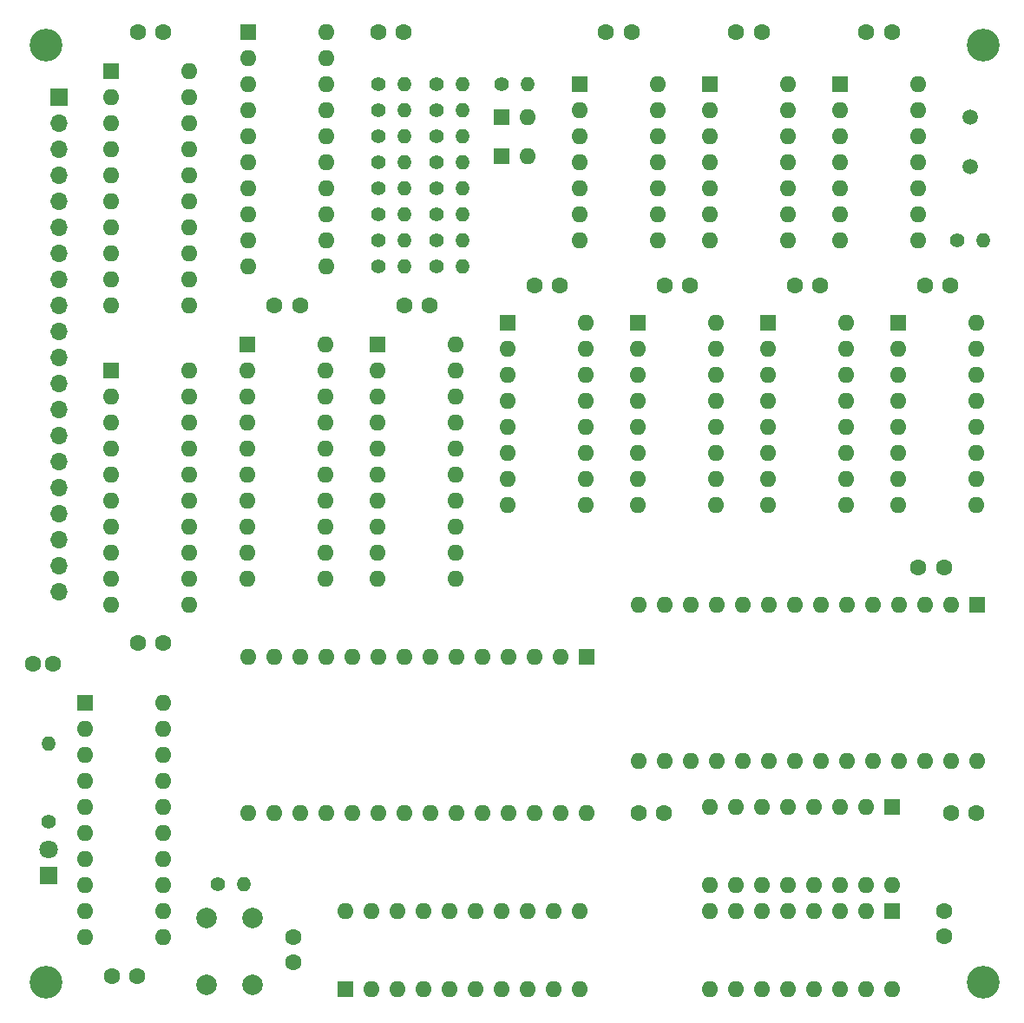
<source format=gbr>
%TF.GenerationSoftware,KiCad,Pcbnew,(6.0.4)*%
%TF.CreationDate,2022-05-02T14:31:14-05:00*%
%TF.ProjectId,Schematic,53636865-6d61-4746-9963-2e6b69636164,1.0*%
%TF.SameCoordinates,Original*%
%TF.FileFunction,Soldermask,Bot*%
%TF.FilePolarity,Negative*%
%FSLAX46Y46*%
G04 Gerber Fmt 4.6, Leading zero omitted, Abs format (unit mm)*
G04 Created by KiCad (PCBNEW (6.0.4)) date 2022-05-02 14:31:14*
%MOMM*%
%LPD*%
G01*
G04 APERTURE LIST*
%ADD10R,1.600000X1.600000*%
%ADD11O,1.600000X1.600000*%
%ADD12C,1.400000*%
%ADD13O,1.400000X1.400000*%
%ADD14C,1.600000*%
%ADD15R,1.700000X1.700000*%
%ADD16O,1.700000X1.700000*%
%ADD17C,3.200000*%
%ADD18C,1.500000*%
%ADD19R,1.800000X1.800000*%
%ADD20C,1.800000*%
%ADD21C,2.000000*%
G04 APERTURE END LIST*
D10*
%TO.C,D3*%
X127000000Y-57150000D03*
D11*
X129540000Y-57150000D03*
%TD*%
D10*
%TO.C,U1*%
X102235000Y-48895000D03*
D11*
X102235000Y-51435000D03*
X102235000Y-53975000D03*
X102235000Y-56515000D03*
X102235000Y-59055000D03*
X102235000Y-61595000D03*
X102235000Y-64135000D03*
X102235000Y-66675000D03*
X102235000Y-69215000D03*
X102235000Y-71755000D03*
X109855000Y-71755000D03*
X109855000Y-69215000D03*
X109855000Y-66675000D03*
X109855000Y-64135000D03*
X109855000Y-61595000D03*
X109855000Y-59055000D03*
X109855000Y-56515000D03*
X109855000Y-53975000D03*
X109855000Y-51435000D03*
X109855000Y-48895000D03*
%TD*%
D10*
%TO.C,U8*%
X114895000Y-79375000D03*
D11*
X114895000Y-81915000D03*
X114895000Y-84455000D03*
X114895000Y-86995000D03*
X114895000Y-89535000D03*
X114895000Y-92075000D03*
X114895000Y-94615000D03*
X114895000Y-97155000D03*
X114895000Y-99695000D03*
X114895000Y-102235000D03*
X122515000Y-102235000D03*
X122515000Y-99695000D03*
X122515000Y-97155000D03*
X122515000Y-94615000D03*
X122515000Y-92075000D03*
X122515000Y-89535000D03*
X122515000Y-86995000D03*
X122515000Y-84455000D03*
X122515000Y-81915000D03*
X122515000Y-79375000D03*
%TD*%
D12*
%TO.C,R2*%
X114935000Y-56515000D03*
D13*
X117475000Y-56515000D03*
%TD*%
D12*
%TO.C,R20*%
X120650000Y-53975000D03*
D13*
X123190000Y-53975000D03*
%TD*%
D14*
%TO.C,C16*%
X170180000Y-137120000D03*
X170180000Y-134620000D03*
%TD*%
D10*
%TO.C,U7*%
X102195000Y-79375000D03*
D11*
X102195000Y-81915000D03*
X102195000Y-84455000D03*
X102195000Y-86995000D03*
X102195000Y-89535000D03*
X102195000Y-92075000D03*
X102195000Y-94615000D03*
X102195000Y-97155000D03*
X102195000Y-99695000D03*
X102195000Y-102235000D03*
X109815000Y-102235000D03*
X109815000Y-99695000D03*
X109815000Y-97155000D03*
X109815000Y-94615000D03*
X109815000Y-92075000D03*
X109815000Y-89535000D03*
X109815000Y-86995000D03*
X109815000Y-84455000D03*
X109815000Y-81915000D03*
X109815000Y-79375000D03*
%TD*%
D14*
%TO.C,C18*%
X106680000Y-137160000D03*
X106680000Y-139660000D03*
%TD*%
%TO.C,C3*%
X149860000Y-48895000D03*
X152360000Y-48895000D03*
%TD*%
D10*
%TO.C,U2*%
X160020000Y-53975000D03*
D11*
X160020000Y-56515000D03*
X160020000Y-59055000D03*
X160020000Y-61595000D03*
X160020000Y-64135000D03*
X160020000Y-66675000D03*
X160020000Y-69215000D03*
X167640000Y-69215000D03*
X167640000Y-66675000D03*
X167640000Y-64135000D03*
X167640000Y-61595000D03*
X167640000Y-59055000D03*
X167640000Y-56515000D03*
X167640000Y-53975000D03*
%TD*%
D14*
%TO.C,C14*%
X93980000Y-108458000D03*
X91480000Y-108458000D03*
%TD*%
%TO.C,C17*%
X170815000Y-125095000D03*
X173315000Y-125095000D03*
%TD*%
%TO.C,C10*%
X107315000Y-75565000D03*
X104815000Y-75565000D03*
%TD*%
D12*
%TO.C,R6*%
X114935000Y-66675000D03*
D13*
X117475000Y-66675000D03*
%TD*%
D12*
%TO.C,R5*%
X114935000Y-64135000D03*
D13*
X117475000Y-64135000D03*
%TD*%
D12*
%TO.C,R17*%
X120650000Y-61595000D03*
D13*
X123190000Y-61595000D03*
%TD*%
D15*
%TO.C,J1*%
X83820000Y-55245000D03*
D16*
X83820000Y-57785000D03*
X83820000Y-60325000D03*
X83820000Y-62865000D03*
X83820000Y-65405000D03*
X83820000Y-67945000D03*
X83820000Y-70485000D03*
X83820000Y-73025000D03*
X83820000Y-75565000D03*
X83820000Y-78105000D03*
X83820000Y-80645000D03*
X83820000Y-83185000D03*
X83820000Y-85725000D03*
X83820000Y-88265000D03*
X83820000Y-90805000D03*
X83820000Y-93345000D03*
X83820000Y-95885000D03*
X83820000Y-98425000D03*
X83820000Y-100965000D03*
X83820000Y-103505000D03*
%TD*%
D12*
%TO.C,R18*%
X120650000Y-59055000D03*
D13*
X123190000Y-59055000D03*
%TD*%
D17*
%TO.C,H1*%
X82550000Y-50165000D03*
%TD*%
D12*
%TO.C,R1*%
X114935000Y-53975000D03*
D13*
X117475000Y-53975000D03*
%TD*%
D14*
%TO.C,C7*%
X145395000Y-73640000D03*
X142895000Y-73640000D03*
%TD*%
D12*
%TO.C,R4*%
X114935000Y-61595000D03*
D13*
X117475000Y-61595000D03*
%TD*%
D12*
%TO.C,R10*%
X82778600Y-125958600D03*
D13*
X82778600Y-118338600D03*
%TD*%
D10*
%TO.C,U11*%
X152975000Y-77246800D03*
D11*
X152975000Y-79786800D03*
X152975000Y-82326800D03*
X152975000Y-84866800D03*
X152975000Y-87406800D03*
X152975000Y-89946800D03*
X152975000Y-92486800D03*
X152975000Y-95026800D03*
X160595000Y-95026800D03*
X160595000Y-92486800D03*
X160595000Y-89946800D03*
X160595000Y-87406800D03*
X160595000Y-84866800D03*
X160595000Y-82326800D03*
X160595000Y-79786800D03*
X160595000Y-77246800D03*
%TD*%
D14*
%TO.C,C1*%
X114935000Y-48895000D03*
X117435000Y-48895000D03*
%TD*%
D12*
%TO.C,R14*%
X120650000Y-69215000D03*
D13*
X123190000Y-69215000D03*
%TD*%
D14*
%TO.C,C20*%
X81229200Y-110566200D03*
X83229200Y-110566200D03*
%TD*%
D12*
%TO.C,R12*%
X127000000Y-53975000D03*
D13*
X129540000Y-53975000D03*
%TD*%
D12*
%TO.C,R15*%
X120650000Y-66675000D03*
D13*
X123190000Y-66675000D03*
%TD*%
D10*
%TO.C,U18*%
X165100000Y-124460000D03*
D11*
X162560000Y-124460000D03*
X160020000Y-124460000D03*
X157480000Y-124460000D03*
X154940000Y-124460000D03*
X152400000Y-124460000D03*
X149860000Y-124460000D03*
X147320000Y-124460000D03*
X147320000Y-132080000D03*
X149860000Y-132080000D03*
X152400000Y-132080000D03*
X154940000Y-132080000D03*
X157480000Y-132080000D03*
X160020000Y-132080000D03*
X162560000Y-132080000D03*
X165100000Y-132080000D03*
%TD*%
D18*
%TO.C,Y1*%
X172720000Y-62050000D03*
X172720000Y-57150000D03*
%TD*%
D12*
%TO.C,R7*%
X114935000Y-69215000D03*
D13*
X117475000Y-69215000D03*
%TD*%
D14*
%TO.C,C5*%
X170795000Y-73640000D03*
X168295000Y-73640000D03*
%TD*%
D17*
%TO.C,H3*%
X173990000Y-141605000D03*
%TD*%
D14*
%TO.C,C6*%
X158095000Y-73640000D03*
X155595000Y-73640000D03*
%TD*%
D10*
%TO.C,U13*%
X173355000Y-104775000D03*
D11*
X170815000Y-104775000D03*
X168275000Y-104775000D03*
X165735000Y-104775000D03*
X163195000Y-104775000D03*
X160655000Y-104775000D03*
X158115000Y-104775000D03*
X155575000Y-104775000D03*
X153035000Y-104775000D03*
X150495000Y-104775000D03*
X147955000Y-104775000D03*
X145415000Y-104775000D03*
X142875000Y-104775000D03*
X140335000Y-104775000D03*
X140335000Y-120015000D03*
X142875000Y-120015000D03*
X145415000Y-120015000D03*
X147955000Y-120015000D03*
X150495000Y-120015000D03*
X153035000Y-120015000D03*
X155575000Y-120015000D03*
X158115000Y-120015000D03*
X160655000Y-120015000D03*
X163195000Y-120015000D03*
X165735000Y-120015000D03*
X168275000Y-120015000D03*
X170815000Y-120015000D03*
X173355000Y-120015000D03*
%TD*%
D10*
%TO.C,U5*%
X88900000Y-81915000D03*
D11*
X88900000Y-84455000D03*
X88900000Y-86995000D03*
X88900000Y-89535000D03*
X88900000Y-92075000D03*
X88900000Y-94615000D03*
X88900000Y-97155000D03*
X88900000Y-99695000D03*
X88900000Y-102235000D03*
X88900000Y-104775000D03*
X96520000Y-104775000D03*
X96520000Y-102235000D03*
X96520000Y-99695000D03*
X96520000Y-97155000D03*
X96520000Y-94615000D03*
X96520000Y-92075000D03*
X96520000Y-89535000D03*
X96520000Y-86995000D03*
X96520000Y-84455000D03*
X96520000Y-81915000D03*
%TD*%
D10*
%TO.C,U4*%
X147320000Y-53975000D03*
D11*
X147320000Y-56515000D03*
X147320000Y-59055000D03*
X147320000Y-61595000D03*
X147320000Y-64135000D03*
X147320000Y-66675000D03*
X147320000Y-69215000D03*
X154940000Y-69215000D03*
X154940000Y-66675000D03*
X154940000Y-64135000D03*
X154940000Y-61595000D03*
X154940000Y-59055000D03*
X154940000Y-56515000D03*
X154940000Y-53975000D03*
%TD*%
D14*
%TO.C,C4*%
X162560000Y-48895000D03*
X165060000Y-48895000D03*
%TD*%
%TO.C,C13*%
X93980000Y-48895000D03*
X91480000Y-48895000D03*
%TD*%
D12*
%TO.C,R16*%
X120650000Y-64135000D03*
D13*
X123190000Y-64135000D03*
%TD*%
D14*
%TO.C,C11*%
X140335000Y-125095000D03*
X142835000Y-125095000D03*
%TD*%
D19*
%TO.C,D1*%
X82753200Y-131191000D03*
D20*
X82753200Y-128651000D03*
%TD*%
D10*
%TO.C,U17*%
X165100000Y-134620000D03*
D11*
X162560000Y-134620000D03*
X160020000Y-134620000D03*
X157480000Y-134620000D03*
X154940000Y-134620000D03*
X152400000Y-134620000D03*
X149860000Y-134620000D03*
X147320000Y-134620000D03*
X147320000Y-142240000D03*
X149860000Y-142240000D03*
X152400000Y-142240000D03*
X154940000Y-142240000D03*
X157480000Y-142240000D03*
X160020000Y-142240000D03*
X162560000Y-142240000D03*
X165100000Y-142240000D03*
%TD*%
D21*
%TO.C,SW1*%
X98192200Y-135359000D03*
X98192200Y-141859000D03*
X102692200Y-141859000D03*
X102692200Y-135359000D03*
%TD*%
D12*
%TO.C,R8*%
X114935000Y-71755000D03*
D13*
X117475000Y-71755000D03*
%TD*%
D10*
%TO.C,U6*%
X88900000Y-52705000D03*
D11*
X88900000Y-55245000D03*
X88900000Y-57785000D03*
X88900000Y-60325000D03*
X88900000Y-62865000D03*
X88900000Y-65405000D03*
X88900000Y-67945000D03*
X88900000Y-70485000D03*
X88900000Y-73025000D03*
X88900000Y-75565000D03*
X96520000Y-75565000D03*
X96520000Y-73025000D03*
X96520000Y-70485000D03*
X96520000Y-67945000D03*
X96520000Y-65405000D03*
X96520000Y-62865000D03*
X96520000Y-60325000D03*
X96520000Y-57785000D03*
X96520000Y-55245000D03*
X96520000Y-52705000D03*
%TD*%
D10*
%TO.C,U12*%
X165675000Y-77246800D03*
D11*
X165675000Y-79786800D03*
X165675000Y-82326800D03*
X165675000Y-84866800D03*
X165675000Y-87406800D03*
X165675000Y-89946800D03*
X165675000Y-92486800D03*
X165675000Y-95026800D03*
X173295000Y-95026800D03*
X173295000Y-92486800D03*
X173295000Y-89946800D03*
X173295000Y-87406800D03*
X173295000Y-84866800D03*
X173295000Y-82326800D03*
X173295000Y-79786800D03*
X173295000Y-77246800D03*
%TD*%
D10*
%TO.C,U14*%
X135255000Y-109855000D03*
D11*
X132715000Y-109855000D03*
X130175000Y-109855000D03*
X127635000Y-109855000D03*
X125095000Y-109855000D03*
X122555000Y-109855000D03*
X120015000Y-109855000D03*
X117475000Y-109855000D03*
X114935000Y-109855000D03*
X112395000Y-109855000D03*
X109855000Y-109855000D03*
X107315000Y-109855000D03*
X104775000Y-109855000D03*
X102235000Y-109855000D03*
X102235000Y-125095000D03*
X104775000Y-125095000D03*
X107315000Y-125095000D03*
X109855000Y-125095000D03*
X112395000Y-125095000D03*
X114935000Y-125095000D03*
X117475000Y-125095000D03*
X120015000Y-125095000D03*
X122555000Y-125095000D03*
X125095000Y-125095000D03*
X127635000Y-125095000D03*
X130175000Y-125095000D03*
X132715000Y-125095000D03*
X135255000Y-125095000D03*
%TD*%
D10*
%TO.C,U16*%
X111760000Y-142240000D03*
D11*
X114300000Y-142240000D03*
X116840000Y-142240000D03*
X119380000Y-142240000D03*
X121920000Y-142240000D03*
X124460000Y-142240000D03*
X127000000Y-142240000D03*
X129540000Y-142240000D03*
X132080000Y-142240000D03*
X134620000Y-142240000D03*
X134620000Y-134620000D03*
X132080000Y-134620000D03*
X129540000Y-134620000D03*
X127000000Y-134620000D03*
X124460000Y-134620000D03*
X121920000Y-134620000D03*
X119380000Y-134620000D03*
X116840000Y-134620000D03*
X114300000Y-134620000D03*
X111760000Y-134620000D03*
%TD*%
D10*
%TO.C,U9*%
X127575000Y-77246800D03*
D11*
X127575000Y-79786800D03*
X127575000Y-82326800D03*
X127575000Y-84866800D03*
X127575000Y-87406800D03*
X127575000Y-89946800D03*
X127575000Y-92486800D03*
X127575000Y-95026800D03*
X135195000Y-95026800D03*
X135195000Y-92486800D03*
X135195000Y-89946800D03*
X135195000Y-87406800D03*
X135195000Y-84866800D03*
X135195000Y-82326800D03*
X135195000Y-79786800D03*
X135195000Y-77246800D03*
%TD*%
D10*
%TO.C,U3*%
X134620000Y-53975000D03*
D11*
X134620000Y-56515000D03*
X134620000Y-59055000D03*
X134620000Y-61595000D03*
X134620000Y-64135000D03*
X134620000Y-66675000D03*
X134620000Y-69215000D03*
X142240000Y-69215000D03*
X142240000Y-66675000D03*
X142240000Y-64135000D03*
X142240000Y-61595000D03*
X142240000Y-59055000D03*
X142240000Y-56515000D03*
X142240000Y-53975000D03*
%TD*%
D10*
%TO.C,U10*%
X140275000Y-77246800D03*
D11*
X140275000Y-79786800D03*
X140275000Y-82326800D03*
X140275000Y-84866800D03*
X140275000Y-87406800D03*
X140275000Y-89946800D03*
X140275000Y-92486800D03*
X140275000Y-95026800D03*
X147895000Y-95026800D03*
X147895000Y-92486800D03*
X147895000Y-89946800D03*
X147895000Y-87406800D03*
X147895000Y-84866800D03*
X147895000Y-82326800D03*
X147895000Y-79786800D03*
X147895000Y-77246800D03*
%TD*%
D17*
%TO.C,H2*%
X82550000Y-141605000D03*
%TD*%
D10*
%TO.C,D2*%
X127000000Y-60960000D03*
D11*
X129540000Y-60960000D03*
%TD*%
D12*
%TO.C,R13*%
X120650000Y-71755000D03*
D13*
X123190000Y-71755000D03*
%TD*%
D14*
%TO.C,C8*%
X132695000Y-73640000D03*
X130195000Y-73640000D03*
%TD*%
%TO.C,C12*%
X167640000Y-101092000D03*
X170140000Y-101092000D03*
%TD*%
%TO.C,C9*%
X119975000Y-75565000D03*
X117475000Y-75565000D03*
%TD*%
D12*
%TO.C,R11*%
X99288600Y-132054600D03*
D13*
X101828600Y-132054600D03*
%TD*%
D17*
%TO.C,H4*%
X173990000Y-50165000D03*
%TD*%
D12*
%TO.C,R9*%
X171450000Y-69215000D03*
D13*
X173990000Y-69215000D03*
%TD*%
D10*
%TO.C,U15*%
X86360000Y-114300000D03*
D11*
X86360000Y-116840000D03*
X86360000Y-119380000D03*
X86360000Y-121920000D03*
X86360000Y-124460000D03*
X86360000Y-127000000D03*
X86360000Y-129540000D03*
X86360000Y-132080000D03*
X86360000Y-134620000D03*
X86360000Y-137160000D03*
X93980000Y-137160000D03*
X93980000Y-134620000D03*
X93980000Y-132080000D03*
X93980000Y-129540000D03*
X93980000Y-127000000D03*
X93980000Y-124460000D03*
X93980000Y-121920000D03*
X93980000Y-119380000D03*
X93980000Y-116840000D03*
X93980000Y-114300000D03*
%TD*%
D12*
%TO.C,R3*%
X114935000Y-59055000D03*
D13*
X117475000Y-59055000D03*
%TD*%
D14*
%TO.C,C15*%
X91440000Y-140970000D03*
X88940000Y-140970000D03*
%TD*%
D12*
%TO.C,R19*%
X120650000Y-56515000D03*
D13*
X123190000Y-56515000D03*
%TD*%
D14*
%TO.C,C2*%
X137160000Y-48895000D03*
X139660000Y-48895000D03*
%TD*%
M02*

</source>
